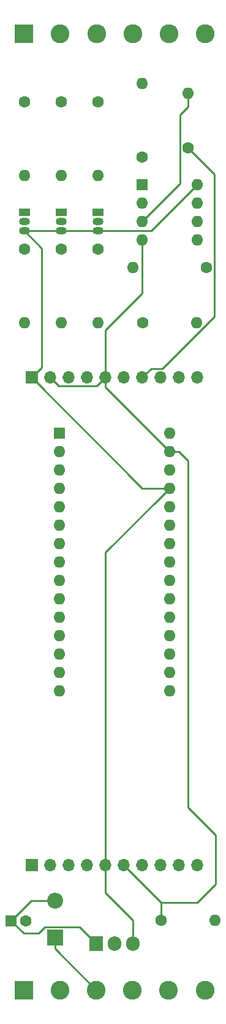
<source format=gbl>
%TF.GenerationSoftware,KiCad,Pcbnew,(6.0.5-0)*%
%TF.CreationDate,2022-07-10T18:26:10-04:00*%
%TF.ProjectId,OBS,4f42532e-6b69-4636-9164-5f7063625858,rev?*%
%TF.SameCoordinates,Original*%
%TF.FileFunction,Copper,L2,Bot*%
%TF.FilePolarity,Positive*%
%FSLAX46Y46*%
G04 Gerber Fmt 4.6, Leading zero omitted, Abs format (unit mm)*
G04 Created by KiCad (PCBNEW (6.0.5-0)) date 2022-07-10 18:26:10*
%MOMM*%
%LPD*%
G01*
G04 APERTURE LIST*
%TA.AperFunction,ComponentPad*%
%ADD10C,1.600000*%
%TD*%
%TA.AperFunction,ComponentPad*%
%ADD11O,1.600000X1.600000*%
%TD*%
%TA.AperFunction,ComponentPad*%
%ADD12R,1.500000X1.050000*%
%TD*%
%TA.AperFunction,ComponentPad*%
%ADD13O,1.500000X1.050000*%
%TD*%
%TA.AperFunction,ComponentPad*%
%ADD14R,2.200000X2.200000*%
%TD*%
%TA.AperFunction,ComponentPad*%
%ADD15O,2.200000X2.200000*%
%TD*%
%TA.AperFunction,ComponentPad*%
%ADD16R,1.700000X1.700000*%
%TD*%
%TA.AperFunction,ComponentPad*%
%ADD17O,1.700000X1.700000*%
%TD*%
%TA.AperFunction,ComponentPad*%
%ADD18R,1.600000X1.600000*%
%TD*%
%TA.AperFunction,ComponentPad*%
%ADD19R,2.600000X2.600000*%
%TD*%
%TA.AperFunction,ComponentPad*%
%ADD20C,2.600000*%
%TD*%
%TA.AperFunction,ComponentPad*%
%ADD21R,1.905000X2.000000*%
%TD*%
%TA.AperFunction,ComponentPad*%
%ADD22O,1.905000X2.000000*%
%TD*%
%TA.AperFunction,Conductor*%
%ADD23C,0.250000*%
%TD*%
G04 APERTURE END LIST*
D10*
%TO.P,R5,1*%
%TO.N,/LED0*%
X119610000Y-36890000D03*
D11*
%TO.P,R5,2*%
%TO.N,Net-(Q1-Pad1)*%
X119610000Y-47050000D03*
%TD*%
D12*
%TO.P,Q1,1,E*%
%TO.N,Net-(Q1-Pad1)*%
X119610000Y-52130000D03*
D13*
%TO.P,Q1,2,B*%
%TO.N,Net-(Q1-Pad2)*%
X119610000Y-53400000D03*
%TO.P,Q1,3,C*%
%TO.N,Net-(A1-Pad3)*%
X119610000Y-54670000D03*
%TD*%
D14*
%TO.P,D5,1,K*%
%TO.N,/Vin*%
X113665000Y-152182183D03*
D15*
%TO.P,D5,2,A*%
%TO.N,Net-(A1-Pad1)*%
X113665000Y-147102183D03*
%TD*%
D10*
%TO.P,R4,1*%
%TO.N,/LED2*%
X109450000Y-36890000D03*
D11*
%TO.P,R4,2*%
%TO.N,Net-(Q3-Pad1)*%
X109450000Y-47050000D03*
%TD*%
D16*
%TO.P,J4,1,Pin_1*%
%TO.N,Net-(A1-Pad3)*%
X110490000Y-74905000D03*
D17*
%TO.P,J4,2,Pin_2*%
%TO.N,GND*%
X113030000Y-74905000D03*
%TO.P,J4,3,Pin_3*%
%TO.N,Net-(A2-Pad24)*%
X115570000Y-74905000D03*
%TO.P,J4,4,Pin_4*%
%TO.N,Net-(A2-Pad23)*%
X118110000Y-74905000D03*
%TO.P,J4,5,Pin_5*%
%TO.N,GND*%
X120650000Y-74905000D03*
%TO.P,J4,6,Pin_6*%
%TO.N,unconnected-(J4-Pad6)*%
X123190000Y-74905000D03*
%TO.P,J4,7,Pin_7*%
%TO.N,Net-(C4-Pad1)*%
X125730000Y-74905000D03*
%TO.P,J4,8,Pin_8*%
%TO.N,unconnected-(J4-Pad8)*%
X128270000Y-74905000D03*
%TO.P,J4,9,Pin_9*%
%TO.N,unconnected-(J4-Pad9)*%
X130810000Y-74905000D03*
%TO.P,J4,10,Pin_10*%
%TO.N,unconnected-(J4-Pad10)*%
X133350000Y-74905000D03*
%TD*%
D12*
%TO.P,Q2,1,E*%
%TO.N,Net-(Q2-Pad1)*%
X114530000Y-52130000D03*
D13*
%TO.P,Q2,2,B*%
%TO.N,Net-(Q2-Pad2)*%
X114530000Y-53400000D03*
%TO.P,Q2,3,C*%
%TO.N,Net-(A1-Pad3)*%
X114530000Y-54670000D03*
%TD*%
D10*
%TO.P,R1,1*%
%TO.N,Net-(Q1-Pad2)*%
X119610000Y-57210000D03*
D11*
%TO.P,R1,2*%
%TO.N,Net-(A2-Pad5)*%
X119610000Y-67370000D03*
%TD*%
D18*
%TO.P,C1,1*%
%TO.N,Net-(A1-Pad1)*%
X107629888Y-149860000D03*
D10*
%TO.P,C1,2*%
%TO.N,GND*%
X109629888Y-149860000D03*
%TD*%
D19*
%TO.P,J1,1,Pin_1*%
%TO.N,unconnected-(J1-Pad1)*%
X109410000Y-159452744D03*
D20*
%TO.P,J1,2,Pin_2*%
%TO.N,GND*%
X114410000Y-159452744D03*
%TO.P,J1,3,Pin_3*%
%TO.N,/Vin*%
X119410000Y-159452744D03*
%TO.P,J1,4,Pin_4*%
%TO.N,GND*%
X124410000Y-159452744D03*
%TO.P,J1,5,Pin_5*%
%TO.N,/Rx*%
X129410000Y-159452744D03*
%TO.P,J1,6,Pin_6*%
%TO.N,/Tx*%
X134410000Y-159452744D03*
%TD*%
D18*
%TO.P,A2,1,D1/TX*%
%TO.N,Net-(A2-Pad1)*%
X114300000Y-82550000D03*
D11*
%TO.P,A2,2,D0/RX*%
%TO.N,Net-(A2-Pad2)*%
X114300000Y-85090000D03*
%TO.P,A2,3,~{RESET}*%
%TO.N,unconnected-(A2-Pad3)*%
X114300000Y-87630000D03*
%TO.P,A2,4,GND*%
%TO.N,unconnected-(A2-Pad4)*%
X114300000Y-90170000D03*
%TO.P,A2,5,D2*%
%TO.N,Net-(A2-Pad5)*%
X114300000Y-92710000D03*
%TO.P,A2,6,D3*%
%TO.N,Net-(A2-Pad6)*%
X114300000Y-95250000D03*
%TO.P,A2,7,D4*%
%TO.N,Net-(A2-Pad7)*%
X114300000Y-97790000D03*
%TO.P,A2,8,D5*%
%TO.N,unconnected-(A2-Pad8)*%
X114300000Y-100330000D03*
%TO.P,A2,9,D6*%
%TO.N,unconnected-(A2-Pad9)*%
X114300000Y-102870000D03*
%TO.P,A2,10,D7*%
%TO.N,unconnected-(A2-Pad10)*%
X114300000Y-105410000D03*
%TO.P,A2,11,D8*%
%TO.N,unconnected-(A2-Pad11)*%
X114300000Y-107950000D03*
%TO.P,A2,12,D9*%
%TO.N,unconnected-(A2-Pad12)*%
X114300000Y-110490000D03*
%TO.P,A2,13,D10*%
%TO.N,unconnected-(A2-Pad13)*%
X114300000Y-113030000D03*
%TO.P,A2,14,D11*%
%TO.N,unconnected-(A2-Pad14)*%
X114300000Y-115570000D03*
%TO.P,A2,15,D12*%
%TO.N,unconnected-(A2-Pad15)*%
X114300000Y-118110000D03*
%TO.P,A2,16,D13*%
%TO.N,unconnected-(A2-Pad16)*%
X129540000Y-118110000D03*
%TO.P,A2,17,3V3*%
%TO.N,unconnected-(A2-Pad17)*%
X129540000Y-115570000D03*
%TO.P,A2,18,AREF*%
%TO.N,unconnected-(A2-Pad18)*%
X129540000Y-113030000D03*
%TO.P,A2,19,A0*%
%TO.N,unconnected-(A2-Pad19)*%
X129540000Y-110490000D03*
%TO.P,A2,20,A1*%
%TO.N,unconnected-(A2-Pad20)*%
X129540000Y-107950000D03*
%TO.P,A2,21,A2*%
%TO.N,unconnected-(A2-Pad21)*%
X129540000Y-105410000D03*
%TO.P,A2,22,A3*%
%TO.N,unconnected-(A2-Pad22)*%
X129540000Y-102870000D03*
%TO.P,A2,23,A4*%
%TO.N,Net-(A2-Pad23)*%
X129540000Y-100330000D03*
%TO.P,A2,24,A5*%
%TO.N,Net-(A2-Pad24)*%
X129540000Y-97790000D03*
%TO.P,A2,25,A6*%
%TO.N,unconnected-(A2-Pad25)*%
X129540000Y-95250000D03*
%TO.P,A2,26,A7*%
%TO.N,unconnected-(A2-Pad26)*%
X129540000Y-92710000D03*
%TO.P,A2,27,+5V*%
%TO.N,Net-(A1-Pad3)*%
X129540000Y-90170000D03*
%TO.P,A2,28,~{RESET}*%
%TO.N,unconnected-(A2-Pad28)*%
X129540000Y-87630000D03*
%TO.P,A2,29,GND*%
%TO.N,GND*%
X129540000Y-85090000D03*
%TO.P,A2,30,VIN*%
%TO.N,unconnected-(A2-Pad30)*%
X129540000Y-82550000D03*
%TD*%
D16*
%TO.P,J3,1,Pin_1*%
%TO.N,/Tx*%
X110520000Y-142215000D03*
D17*
%TO.P,J3,2,Pin_2*%
%TO.N,unconnected-(J3-Pad2)*%
X113060000Y-142215000D03*
%TO.P,J3,3,Pin_3*%
%TO.N,/Rx*%
X115600000Y-142215000D03*
%TO.P,J3,4,Pin_4*%
%TO.N,unconnected-(J3-Pad4)*%
X118140000Y-142215000D03*
%TO.P,J3,5,Pin_5*%
%TO.N,Net-(A1-Pad3)*%
X120680000Y-142215000D03*
%TO.P,J3,6,Pin_6*%
%TO.N,GND*%
X123220000Y-142215000D03*
%TO.P,J3,7,Pin_7*%
%TO.N,Net-(A2-Pad1)*%
X125760000Y-142215000D03*
%TO.P,J3,8,Pin_8*%
%TO.N,unconnected-(J3-Pad8)*%
X128300000Y-142215000D03*
%TO.P,J3,9,Pin_9*%
%TO.N,Net-(A2-Pad2)*%
X130840000Y-142215000D03*
%TO.P,J3,10,Pin_10*%
%TO.N,unconnected-(J3-Pad10)*%
X133380000Y-142215000D03*
%TD*%
D21*
%TO.P,A1,1,VI*%
%TO.N,Net-(A1-Pad1)*%
X119380000Y-153035000D03*
D22*
%TO.P,A1,2,GND*%
%TO.N,GND*%
X121920000Y-153035000D03*
%TO.P,A1,3,VO*%
%TO.N,Net-(A1-Pad3)*%
X124460000Y-153035000D03*
%TD*%
D10*
%TO.P,C3,1*%
%TO.N,Net-(C3-Pad1)*%
X125790000Y-67310000D03*
D11*
%TO.P,C3,2*%
%TO.N,Net-(C3-Pad2)*%
X133290000Y-67310000D03*
%TD*%
D12*
%TO.P,Q3,1,E*%
%TO.N,Net-(Q3-Pad1)*%
X109450000Y-52130000D03*
D13*
%TO.P,Q3,2,B*%
%TO.N,Net-(Q3-Pad2)*%
X109450000Y-53400000D03*
%TO.P,Q3,3,C*%
%TO.N,Net-(A1-Pad3)*%
X109450000Y-54670000D03*
%TD*%
D10*
%TO.P,C4,1*%
%TO.N,Net-(C4-Pad1)*%
X132080000Y-43180000D03*
D11*
%TO.P,C4,2*%
%TO.N,GND*%
X132080000Y-35680000D03*
%TD*%
D10*
%TO.P,R3,1*%
%TO.N,Net-(Q3-Pad2)*%
X109450000Y-57210000D03*
D11*
%TO.P,R3,2*%
%TO.N,Net-(A2-Pad7)*%
X109450000Y-67370000D03*
%TD*%
D10*
%TO.P,R7,1*%
%TO.N,Net-(C3-Pad2)*%
X134610000Y-59750000D03*
D11*
%TO.P,R7,2*%
%TO.N,Net-(C3-Pad1)*%
X124450000Y-59750000D03*
%TD*%
D10*
%TO.P,R8,1*%
%TO.N,Net-(C3-Pad2)*%
X125730000Y-44450000D03*
D11*
%TO.P,R8,2*%
%TO.N,Net-(C4-Pad1)*%
X125730000Y-34290000D03*
%TD*%
D10*
%TO.P,C2,1*%
%TO.N,GND*%
X128320000Y-149792744D03*
D11*
%TO.P,C2,2*%
%TO.N,Net-(A1-Pad3)*%
X135820000Y-149792744D03*
%TD*%
D19*
%TO.P,J2,1,Pin_1*%
%TO.N,GND*%
X109420000Y-27440000D03*
D20*
%TO.P,J2,2,Pin_2*%
%TO.N,Net-(C3-Pad1)*%
X114420000Y-27440000D03*
%TO.P,J2,3,Pin_3*%
%TO.N,/LED2*%
X119420000Y-27440000D03*
%TO.P,J2,4,Pin_4*%
%TO.N,/LED1*%
X124420000Y-27440000D03*
%TO.P,J2,5,Pin_5*%
%TO.N,/LED0*%
X129420000Y-27440000D03*
%TO.P,J2,6,Pin_6*%
%TO.N,GND*%
X134420000Y-27440000D03*
%TD*%
D10*
%TO.P,R6,1*%
%TO.N,/LED1*%
X114530000Y-36890000D03*
D11*
%TO.P,R6,2*%
%TO.N,Net-(Q2-Pad1)*%
X114530000Y-47050000D03*
%TD*%
D18*
%TO.P,U3,1*%
%TO.N,Net-(C3-Pad2)*%
X125730000Y-48290000D03*
D11*
%TO.P,U3,2,-*%
%TO.N,Net-(C3-Pad1)*%
X125730000Y-50830000D03*
%TO.P,U3,3,+*%
%TO.N,GND*%
X125730000Y-53370000D03*
%TO.P,U3,4,V-*%
X125730000Y-55910000D03*
%TO.P,U3,5*%
%TO.N,N/C*%
X133350000Y-55910000D03*
%TO.P,U3,6*%
X133350000Y-53370000D03*
%TO.P,U3,7*%
X133350000Y-50830000D03*
%TO.P,U3,8,V+*%
%TO.N,Net-(A1-Pad3)*%
X133350000Y-48290000D03*
%TD*%
D10*
%TO.P,R2,1*%
%TO.N,Net-(Q2-Pad2)*%
X114530000Y-57210000D03*
D11*
%TO.P,R2,2*%
%TO.N,Net-(A2-Pad6)*%
X114530000Y-67370000D03*
%TD*%
D23*
%TO.N,GND*%
X132080000Y-134233990D02*
X135890000Y-138043990D01*
X135890000Y-138043990D02*
X135890000Y-144780000D01*
X120650000Y-68369700D02*
X125730000Y-63289700D01*
X120650000Y-76200000D02*
X129540000Y-85090000D01*
X133350000Y-147320000D02*
X128270000Y-147320000D01*
X130955489Y-38649511D02*
X132080000Y-37525000D01*
X129540000Y-85090000D02*
X130810000Y-85090000D01*
X125730000Y-63289700D02*
X125730000Y-55910000D01*
X135890000Y-144780000D02*
X133350000Y-147320000D01*
X120650000Y-74905000D02*
X120650000Y-76200000D01*
X132080000Y-37525000D02*
X132080000Y-35680000D01*
X120650000Y-74905000D02*
X120650000Y-68369700D01*
X113030000Y-74905000D02*
X114204511Y-76079511D01*
X130955489Y-48144511D02*
X130955489Y-38649511D01*
X128270000Y-147320000D02*
X128270000Y-147265000D01*
X123220000Y-142215000D02*
X128320000Y-147315000D01*
X132080000Y-86360000D02*
X132080000Y-134233990D01*
X128270000Y-147265000D02*
X123220000Y-142215000D01*
X130810000Y-85090000D02*
X132080000Y-86360000D01*
X119475489Y-76079511D02*
X120650000Y-74905000D01*
X125730000Y-53370000D02*
X130955489Y-48144511D01*
X128320000Y-147315000D02*
X128320000Y-149792744D01*
X114204511Y-76079511D02*
X119475489Y-76079511D01*
%TO.N,/Vin*%
X113665000Y-153707744D02*
X113665000Y-152182183D01*
X119410000Y-159452744D02*
X113665000Y-153707744D01*
%TO.N,Net-(C4-Pad1)*%
X126975000Y-73660000D02*
X125730000Y-74905000D01*
X128530300Y-73660000D02*
X126975000Y-73660000D01*
X135734511Y-46834511D02*
X135734511Y-66455789D01*
X132080000Y-43180000D02*
X135734511Y-46834511D01*
X135734511Y-66455789D02*
X128530300Y-73660000D01*
%TO.N,Net-(A1-Pad3)*%
X111855489Y-73539511D02*
X110490000Y-74905000D01*
X119610000Y-54670000D02*
X114530000Y-54670000D01*
X124460000Y-153035000D02*
X124460000Y-149802744D01*
X124460000Y-149802744D02*
X120680000Y-146022744D01*
X114530000Y-54670000D02*
X109450000Y-54670000D01*
X120680000Y-142215000D02*
X120680000Y-146022744D01*
X120680000Y-99030000D02*
X128270000Y-91440000D01*
X120680000Y-142215000D02*
X120680000Y-99030000D01*
X109450000Y-54670000D02*
X111855489Y-57075489D01*
X125755000Y-90170000D02*
X110490000Y-74905000D01*
X129540000Y-90170000D02*
X125755000Y-90170000D01*
X133350000Y-48290000D02*
X126970000Y-54670000D01*
X128270000Y-91440000D02*
X129540000Y-90170000D01*
X111855489Y-57075489D02*
X111855489Y-73539511D01*
X126970000Y-54670000D02*
X119610000Y-54670000D01*
%TO.N,Net-(A1-Pad1)*%
X107629888Y-149860000D02*
X109380377Y-151610489D01*
X113665000Y-147102183D02*
X110387705Y-147102183D01*
X117102672Y-150757672D02*
X119380000Y-153035000D01*
X111387672Y-151610489D02*
X112240489Y-150757672D01*
X109380377Y-151610489D02*
X111387672Y-151610489D01*
X112240489Y-150757672D02*
X117102672Y-150757672D01*
X110387705Y-147102183D02*
X107629888Y-149860000D01*
%TD*%
M02*

</source>
